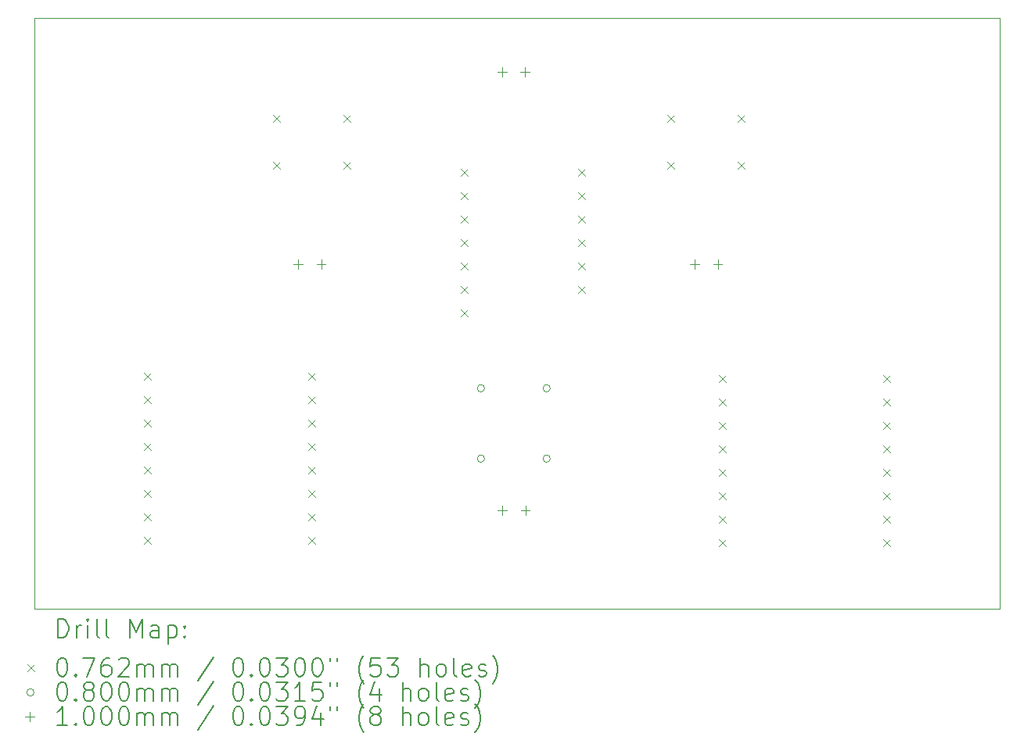
<source format=gbr>
%TF.GenerationSoftware,KiCad,Pcbnew,6.0.11-2627ca5db0~126~ubuntu20.04.1*%
%TF.CreationDate,2023-02-06T13:12:04-05:00*%
%TF.ProjectId,PowerSwitches,506f7765-7253-4776-9974-636865732e6b,rev?*%
%TF.SameCoordinates,Original*%
%TF.FileFunction,Drillmap*%
%TF.FilePolarity,Positive*%
%FSLAX45Y45*%
G04 Gerber Fmt 4.5, Leading zero omitted, Abs format (unit mm)*
G04 Created by KiCad (PCBNEW 6.0.11-2627ca5db0~126~ubuntu20.04.1) date 2023-02-06 13:12:04*
%MOMM*%
%LPD*%
G01*
G04 APERTURE LIST*
%ADD10C,0.100000*%
%ADD11C,0.200000*%
%ADD12C,0.076200*%
%ADD13C,0.080000*%
G04 APERTURE END LIST*
D10*
X9443600Y-4420800D02*
X19888200Y-4420800D01*
X19888200Y-4420800D02*
X19888200Y-10819200D01*
X19888200Y-10819200D02*
X9443600Y-10819200D01*
X9443600Y-10819200D02*
X9443600Y-4420800D01*
D11*
D12*
X10629900Y-8267700D02*
X10706100Y-8343900D01*
X10706100Y-8267700D02*
X10629900Y-8343900D01*
X10629900Y-8521700D02*
X10706100Y-8597900D01*
X10706100Y-8521700D02*
X10629900Y-8597900D01*
X10629900Y-8775700D02*
X10706100Y-8851900D01*
X10706100Y-8775700D02*
X10629900Y-8851900D01*
X10629900Y-9029700D02*
X10706100Y-9105900D01*
X10706100Y-9029700D02*
X10629900Y-9105900D01*
X10629900Y-9283700D02*
X10706100Y-9359900D01*
X10706100Y-9283700D02*
X10629900Y-9359900D01*
X10629900Y-9537700D02*
X10706100Y-9613900D01*
X10706100Y-9537700D02*
X10629900Y-9613900D01*
X10629900Y-9791700D02*
X10706100Y-9867900D01*
X10706100Y-9791700D02*
X10629900Y-9867900D01*
X10629900Y-10045700D02*
X10706100Y-10121900D01*
X10706100Y-10045700D02*
X10629900Y-10121900D01*
X12026900Y-5473700D02*
X12103100Y-5549900D01*
X12103100Y-5473700D02*
X12026900Y-5549900D01*
X12026900Y-5981700D02*
X12103100Y-6057900D01*
X12103100Y-5981700D02*
X12026900Y-6057900D01*
X12407900Y-8267700D02*
X12484100Y-8343900D01*
X12484100Y-8267700D02*
X12407900Y-8343900D01*
X12407900Y-8521700D02*
X12484100Y-8597900D01*
X12484100Y-8521700D02*
X12407900Y-8597900D01*
X12407900Y-8775700D02*
X12484100Y-8851900D01*
X12484100Y-8775700D02*
X12407900Y-8851900D01*
X12407900Y-9029700D02*
X12484100Y-9105900D01*
X12484100Y-9029700D02*
X12407900Y-9105900D01*
X12407900Y-9283700D02*
X12484100Y-9359900D01*
X12484100Y-9283700D02*
X12407900Y-9359900D01*
X12407900Y-9537700D02*
X12484100Y-9613900D01*
X12484100Y-9537700D02*
X12407900Y-9613900D01*
X12407900Y-9791700D02*
X12484100Y-9867900D01*
X12484100Y-9791700D02*
X12407900Y-9867900D01*
X12407900Y-10045700D02*
X12484100Y-10121900D01*
X12484100Y-10045700D02*
X12407900Y-10121900D01*
X12788900Y-5473700D02*
X12865100Y-5549900D01*
X12865100Y-5473700D02*
X12788900Y-5549900D01*
X12788900Y-5981700D02*
X12865100Y-6057900D01*
X12865100Y-5981700D02*
X12788900Y-6057900D01*
X14058900Y-6057900D02*
X14135100Y-6134100D01*
X14135100Y-6057900D02*
X14058900Y-6134100D01*
X14058900Y-6311900D02*
X14135100Y-6388100D01*
X14135100Y-6311900D02*
X14058900Y-6388100D01*
X14058900Y-6565900D02*
X14135100Y-6642100D01*
X14135100Y-6565900D02*
X14058900Y-6642100D01*
X14058900Y-6819900D02*
X14135100Y-6896100D01*
X14135100Y-6819900D02*
X14058900Y-6896100D01*
X14058900Y-7073900D02*
X14135100Y-7150100D01*
X14135100Y-7073900D02*
X14058900Y-7150100D01*
X14058900Y-7327900D02*
X14135100Y-7404100D01*
X14135100Y-7327900D02*
X14058900Y-7404100D01*
X14058900Y-7581900D02*
X14135100Y-7658100D01*
X14135100Y-7581900D02*
X14058900Y-7658100D01*
X15328900Y-6057900D02*
X15405100Y-6134100D01*
X15405100Y-6057900D02*
X15328900Y-6134100D01*
X15328900Y-6311900D02*
X15405100Y-6388100D01*
X15405100Y-6311900D02*
X15328900Y-6388100D01*
X15328900Y-6565900D02*
X15405100Y-6642100D01*
X15405100Y-6565900D02*
X15328900Y-6642100D01*
X15328900Y-6819900D02*
X15405100Y-6896100D01*
X15405100Y-6819900D02*
X15328900Y-6896100D01*
X15328900Y-7073900D02*
X15405100Y-7150100D01*
X15405100Y-7073900D02*
X15328900Y-7150100D01*
X15328900Y-7327900D02*
X15405100Y-7404100D01*
X15405100Y-7327900D02*
X15328900Y-7404100D01*
X16294100Y-5473700D02*
X16370300Y-5549900D01*
X16370300Y-5473700D02*
X16294100Y-5549900D01*
X16294100Y-5981700D02*
X16370300Y-6057900D01*
X16370300Y-5981700D02*
X16294100Y-6057900D01*
X16852900Y-8293100D02*
X16929100Y-8369300D01*
X16929100Y-8293100D02*
X16852900Y-8369300D01*
X16852900Y-8547100D02*
X16929100Y-8623300D01*
X16929100Y-8547100D02*
X16852900Y-8623300D01*
X16852900Y-8801100D02*
X16929100Y-8877300D01*
X16929100Y-8801100D02*
X16852900Y-8877300D01*
X16852900Y-9055100D02*
X16929100Y-9131300D01*
X16929100Y-9055100D02*
X16852900Y-9131300D01*
X16852900Y-9309100D02*
X16929100Y-9385300D01*
X16929100Y-9309100D02*
X16852900Y-9385300D01*
X16852900Y-9563100D02*
X16929100Y-9639300D01*
X16929100Y-9563100D02*
X16852900Y-9639300D01*
X16852900Y-9817100D02*
X16929100Y-9893300D01*
X16929100Y-9817100D02*
X16852900Y-9893300D01*
X16852900Y-10071100D02*
X16929100Y-10147300D01*
X16929100Y-10071100D02*
X16852900Y-10147300D01*
X17056100Y-5473700D02*
X17132300Y-5549900D01*
X17132300Y-5473700D02*
X17056100Y-5549900D01*
X17056100Y-5981700D02*
X17132300Y-6057900D01*
X17132300Y-5981700D02*
X17056100Y-6057900D01*
X18630900Y-8293100D02*
X18707100Y-8369300D01*
X18707100Y-8293100D02*
X18630900Y-8369300D01*
X18630900Y-8547100D02*
X18707100Y-8623300D01*
X18707100Y-8547100D02*
X18630900Y-8623300D01*
X18630900Y-8801100D02*
X18707100Y-8877300D01*
X18707100Y-8801100D02*
X18630900Y-8877300D01*
X18630900Y-9055100D02*
X18707100Y-9131300D01*
X18707100Y-9055100D02*
X18630900Y-9131300D01*
X18630900Y-9309100D02*
X18707100Y-9385300D01*
X18707100Y-9309100D02*
X18630900Y-9385300D01*
X18630900Y-9563100D02*
X18707100Y-9639300D01*
X18707100Y-9563100D02*
X18630900Y-9639300D01*
X18630900Y-9817100D02*
X18707100Y-9893300D01*
X18707100Y-9817100D02*
X18630900Y-9893300D01*
X18630900Y-10071100D02*
X18707100Y-10147300D01*
X18707100Y-10071100D02*
X18630900Y-10147300D01*
D13*
X14314800Y-8432800D02*
G75*
G03*
X14314800Y-8432800I-40000J0D01*
G01*
X14314800Y-9194800D02*
G75*
G03*
X14314800Y-9194800I-40000J0D01*
G01*
X15026000Y-8432800D02*
G75*
G03*
X15026000Y-8432800I-40000J0D01*
G01*
X15026000Y-9194800D02*
G75*
G03*
X15026000Y-9194800I-40000J0D01*
G01*
D10*
X12295600Y-7034900D02*
X12295600Y-7134900D01*
X12245600Y-7084900D02*
X12345600Y-7084900D01*
X12545600Y-7034900D02*
X12545600Y-7134900D01*
X12495600Y-7084900D02*
X12595600Y-7084900D01*
X14503400Y-4953800D02*
X14503400Y-5053800D01*
X14453400Y-5003800D02*
X14553400Y-5003800D01*
X14505400Y-9701900D02*
X14505400Y-9801900D01*
X14455400Y-9751900D02*
X14555400Y-9751900D01*
X14753400Y-4953800D02*
X14753400Y-5053800D01*
X14703400Y-5003800D02*
X14803400Y-5003800D01*
X14755400Y-9701900D02*
X14755400Y-9801900D01*
X14705400Y-9751900D02*
X14805400Y-9751900D01*
X16588200Y-7034900D02*
X16588200Y-7134900D01*
X16538200Y-7084900D02*
X16638200Y-7084900D01*
X16838200Y-7034900D02*
X16838200Y-7134900D01*
X16788200Y-7084900D02*
X16888200Y-7084900D01*
D11*
X9696219Y-11134676D02*
X9696219Y-10934676D01*
X9743838Y-10934676D01*
X9772410Y-10944200D01*
X9791457Y-10963248D01*
X9800981Y-10982295D01*
X9810505Y-11020390D01*
X9810505Y-11048962D01*
X9800981Y-11087057D01*
X9791457Y-11106105D01*
X9772410Y-11125152D01*
X9743838Y-11134676D01*
X9696219Y-11134676D01*
X9896219Y-11134676D02*
X9896219Y-11001343D01*
X9896219Y-11039438D02*
X9905743Y-11020390D01*
X9915267Y-11010867D01*
X9934314Y-11001343D01*
X9953362Y-11001343D01*
X10020029Y-11134676D02*
X10020029Y-11001343D01*
X10020029Y-10934676D02*
X10010505Y-10944200D01*
X10020029Y-10953724D01*
X10029552Y-10944200D01*
X10020029Y-10934676D01*
X10020029Y-10953724D01*
X10143838Y-11134676D02*
X10124790Y-11125152D01*
X10115267Y-11106105D01*
X10115267Y-10934676D01*
X10248600Y-11134676D02*
X10229552Y-11125152D01*
X10220029Y-11106105D01*
X10220029Y-10934676D01*
X10477171Y-11134676D02*
X10477171Y-10934676D01*
X10543838Y-11077533D01*
X10610505Y-10934676D01*
X10610505Y-11134676D01*
X10791457Y-11134676D02*
X10791457Y-11029914D01*
X10781933Y-11010867D01*
X10762886Y-11001343D01*
X10724790Y-11001343D01*
X10705743Y-11010867D01*
X10791457Y-11125152D02*
X10772410Y-11134676D01*
X10724790Y-11134676D01*
X10705743Y-11125152D01*
X10696219Y-11106105D01*
X10696219Y-11087057D01*
X10705743Y-11068010D01*
X10724790Y-11058486D01*
X10772410Y-11058486D01*
X10791457Y-11048962D01*
X10886695Y-11001343D02*
X10886695Y-11201343D01*
X10886695Y-11010867D02*
X10905743Y-11001343D01*
X10943838Y-11001343D01*
X10962886Y-11010867D01*
X10972410Y-11020390D01*
X10981933Y-11039438D01*
X10981933Y-11096581D01*
X10972410Y-11115629D01*
X10962886Y-11125152D01*
X10943838Y-11134676D01*
X10905743Y-11134676D01*
X10886695Y-11125152D01*
X11067648Y-11115629D02*
X11077171Y-11125152D01*
X11067648Y-11134676D01*
X11058124Y-11125152D01*
X11067648Y-11115629D01*
X11067648Y-11134676D01*
X11067648Y-11010867D02*
X11077171Y-11020390D01*
X11067648Y-11029914D01*
X11058124Y-11020390D01*
X11067648Y-11010867D01*
X11067648Y-11029914D01*
D12*
X9362400Y-11426100D02*
X9438600Y-11502300D01*
X9438600Y-11426100D02*
X9362400Y-11502300D01*
D11*
X9734314Y-11354676D02*
X9753362Y-11354676D01*
X9772410Y-11364200D01*
X9781933Y-11373724D01*
X9791457Y-11392771D01*
X9800981Y-11430867D01*
X9800981Y-11478486D01*
X9791457Y-11516581D01*
X9781933Y-11535628D01*
X9772410Y-11545152D01*
X9753362Y-11554676D01*
X9734314Y-11554676D01*
X9715267Y-11545152D01*
X9705743Y-11535628D01*
X9696219Y-11516581D01*
X9686695Y-11478486D01*
X9686695Y-11430867D01*
X9696219Y-11392771D01*
X9705743Y-11373724D01*
X9715267Y-11364200D01*
X9734314Y-11354676D01*
X9886695Y-11535628D02*
X9896219Y-11545152D01*
X9886695Y-11554676D01*
X9877171Y-11545152D01*
X9886695Y-11535628D01*
X9886695Y-11554676D01*
X9962886Y-11354676D02*
X10096219Y-11354676D01*
X10010505Y-11554676D01*
X10258124Y-11354676D02*
X10220029Y-11354676D01*
X10200981Y-11364200D01*
X10191457Y-11373724D01*
X10172410Y-11402295D01*
X10162886Y-11440390D01*
X10162886Y-11516581D01*
X10172410Y-11535628D01*
X10181933Y-11545152D01*
X10200981Y-11554676D01*
X10239076Y-11554676D01*
X10258124Y-11545152D01*
X10267648Y-11535628D01*
X10277171Y-11516581D01*
X10277171Y-11468962D01*
X10267648Y-11449914D01*
X10258124Y-11440390D01*
X10239076Y-11430867D01*
X10200981Y-11430867D01*
X10181933Y-11440390D01*
X10172410Y-11449914D01*
X10162886Y-11468962D01*
X10353362Y-11373724D02*
X10362886Y-11364200D01*
X10381933Y-11354676D01*
X10429552Y-11354676D01*
X10448600Y-11364200D01*
X10458124Y-11373724D01*
X10467648Y-11392771D01*
X10467648Y-11411819D01*
X10458124Y-11440390D01*
X10343838Y-11554676D01*
X10467648Y-11554676D01*
X10553362Y-11554676D02*
X10553362Y-11421343D01*
X10553362Y-11440390D02*
X10562886Y-11430867D01*
X10581933Y-11421343D01*
X10610505Y-11421343D01*
X10629552Y-11430867D01*
X10639076Y-11449914D01*
X10639076Y-11554676D01*
X10639076Y-11449914D02*
X10648600Y-11430867D01*
X10667648Y-11421343D01*
X10696219Y-11421343D01*
X10715267Y-11430867D01*
X10724790Y-11449914D01*
X10724790Y-11554676D01*
X10820029Y-11554676D02*
X10820029Y-11421343D01*
X10820029Y-11440390D02*
X10829552Y-11430867D01*
X10848600Y-11421343D01*
X10877171Y-11421343D01*
X10896219Y-11430867D01*
X10905743Y-11449914D01*
X10905743Y-11554676D01*
X10905743Y-11449914D02*
X10915267Y-11430867D01*
X10934314Y-11421343D01*
X10962886Y-11421343D01*
X10981933Y-11430867D01*
X10991457Y-11449914D01*
X10991457Y-11554676D01*
X11381933Y-11345152D02*
X11210505Y-11602295D01*
X11639076Y-11354676D02*
X11658124Y-11354676D01*
X11677171Y-11364200D01*
X11686695Y-11373724D01*
X11696219Y-11392771D01*
X11705743Y-11430867D01*
X11705743Y-11478486D01*
X11696219Y-11516581D01*
X11686695Y-11535628D01*
X11677171Y-11545152D01*
X11658124Y-11554676D01*
X11639076Y-11554676D01*
X11620028Y-11545152D01*
X11610505Y-11535628D01*
X11600981Y-11516581D01*
X11591457Y-11478486D01*
X11591457Y-11430867D01*
X11600981Y-11392771D01*
X11610505Y-11373724D01*
X11620028Y-11364200D01*
X11639076Y-11354676D01*
X11791457Y-11535628D02*
X11800981Y-11545152D01*
X11791457Y-11554676D01*
X11781933Y-11545152D01*
X11791457Y-11535628D01*
X11791457Y-11554676D01*
X11924790Y-11354676D02*
X11943838Y-11354676D01*
X11962886Y-11364200D01*
X11972409Y-11373724D01*
X11981933Y-11392771D01*
X11991457Y-11430867D01*
X11991457Y-11478486D01*
X11981933Y-11516581D01*
X11972409Y-11535628D01*
X11962886Y-11545152D01*
X11943838Y-11554676D01*
X11924790Y-11554676D01*
X11905743Y-11545152D01*
X11896219Y-11535628D01*
X11886695Y-11516581D01*
X11877171Y-11478486D01*
X11877171Y-11430867D01*
X11886695Y-11392771D01*
X11896219Y-11373724D01*
X11905743Y-11364200D01*
X11924790Y-11354676D01*
X12058124Y-11354676D02*
X12181933Y-11354676D01*
X12115267Y-11430867D01*
X12143838Y-11430867D01*
X12162886Y-11440390D01*
X12172409Y-11449914D01*
X12181933Y-11468962D01*
X12181933Y-11516581D01*
X12172409Y-11535628D01*
X12162886Y-11545152D01*
X12143838Y-11554676D01*
X12086695Y-11554676D01*
X12067648Y-11545152D01*
X12058124Y-11535628D01*
X12305743Y-11354676D02*
X12324790Y-11354676D01*
X12343838Y-11364200D01*
X12353362Y-11373724D01*
X12362886Y-11392771D01*
X12372409Y-11430867D01*
X12372409Y-11478486D01*
X12362886Y-11516581D01*
X12353362Y-11535628D01*
X12343838Y-11545152D01*
X12324790Y-11554676D01*
X12305743Y-11554676D01*
X12286695Y-11545152D01*
X12277171Y-11535628D01*
X12267648Y-11516581D01*
X12258124Y-11478486D01*
X12258124Y-11430867D01*
X12267648Y-11392771D01*
X12277171Y-11373724D01*
X12286695Y-11364200D01*
X12305743Y-11354676D01*
X12496219Y-11354676D02*
X12515267Y-11354676D01*
X12534314Y-11364200D01*
X12543838Y-11373724D01*
X12553362Y-11392771D01*
X12562886Y-11430867D01*
X12562886Y-11478486D01*
X12553362Y-11516581D01*
X12543838Y-11535628D01*
X12534314Y-11545152D01*
X12515267Y-11554676D01*
X12496219Y-11554676D01*
X12477171Y-11545152D01*
X12467648Y-11535628D01*
X12458124Y-11516581D01*
X12448600Y-11478486D01*
X12448600Y-11430867D01*
X12458124Y-11392771D01*
X12467648Y-11373724D01*
X12477171Y-11364200D01*
X12496219Y-11354676D01*
X12639076Y-11354676D02*
X12639076Y-11392771D01*
X12715267Y-11354676D02*
X12715267Y-11392771D01*
X13010505Y-11630867D02*
X13000981Y-11621343D01*
X12981933Y-11592771D01*
X12972409Y-11573724D01*
X12962886Y-11545152D01*
X12953362Y-11497533D01*
X12953362Y-11459438D01*
X12962886Y-11411819D01*
X12972409Y-11383248D01*
X12981933Y-11364200D01*
X13000981Y-11335628D01*
X13010505Y-11326105D01*
X13181933Y-11354676D02*
X13086695Y-11354676D01*
X13077171Y-11449914D01*
X13086695Y-11440390D01*
X13105743Y-11430867D01*
X13153362Y-11430867D01*
X13172409Y-11440390D01*
X13181933Y-11449914D01*
X13191457Y-11468962D01*
X13191457Y-11516581D01*
X13181933Y-11535628D01*
X13172409Y-11545152D01*
X13153362Y-11554676D01*
X13105743Y-11554676D01*
X13086695Y-11545152D01*
X13077171Y-11535628D01*
X13258124Y-11354676D02*
X13381933Y-11354676D01*
X13315267Y-11430867D01*
X13343838Y-11430867D01*
X13362886Y-11440390D01*
X13372409Y-11449914D01*
X13381933Y-11468962D01*
X13381933Y-11516581D01*
X13372409Y-11535628D01*
X13362886Y-11545152D01*
X13343838Y-11554676D01*
X13286695Y-11554676D01*
X13267648Y-11545152D01*
X13258124Y-11535628D01*
X13620028Y-11554676D02*
X13620028Y-11354676D01*
X13705743Y-11554676D02*
X13705743Y-11449914D01*
X13696219Y-11430867D01*
X13677171Y-11421343D01*
X13648600Y-11421343D01*
X13629552Y-11430867D01*
X13620028Y-11440390D01*
X13829552Y-11554676D02*
X13810505Y-11545152D01*
X13800981Y-11535628D01*
X13791457Y-11516581D01*
X13791457Y-11459438D01*
X13800981Y-11440390D01*
X13810505Y-11430867D01*
X13829552Y-11421343D01*
X13858124Y-11421343D01*
X13877171Y-11430867D01*
X13886695Y-11440390D01*
X13896219Y-11459438D01*
X13896219Y-11516581D01*
X13886695Y-11535628D01*
X13877171Y-11545152D01*
X13858124Y-11554676D01*
X13829552Y-11554676D01*
X14010505Y-11554676D02*
X13991457Y-11545152D01*
X13981933Y-11526105D01*
X13981933Y-11354676D01*
X14162886Y-11545152D02*
X14143838Y-11554676D01*
X14105743Y-11554676D01*
X14086695Y-11545152D01*
X14077171Y-11526105D01*
X14077171Y-11449914D01*
X14086695Y-11430867D01*
X14105743Y-11421343D01*
X14143838Y-11421343D01*
X14162886Y-11430867D01*
X14172409Y-11449914D01*
X14172409Y-11468962D01*
X14077171Y-11488009D01*
X14248600Y-11545152D02*
X14267648Y-11554676D01*
X14305743Y-11554676D01*
X14324790Y-11545152D01*
X14334314Y-11526105D01*
X14334314Y-11516581D01*
X14324790Y-11497533D01*
X14305743Y-11488009D01*
X14277171Y-11488009D01*
X14258124Y-11478486D01*
X14248600Y-11459438D01*
X14248600Y-11449914D01*
X14258124Y-11430867D01*
X14277171Y-11421343D01*
X14305743Y-11421343D01*
X14324790Y-11430867D01*
X14400981Y-11630867D02*
X14410505Y-11621343D01*
X14429552Y-11592771D01*
X14439076Y-11573724D01*
X14448600Y-11545152D01*
X14458124Y-11497533D01*
X14458124Y-11459438D01*
X14448600Y-11411819D01*
X14439076Y-11383248D01*
X14429552Y-11364200D01*
X14410505Y-11335628D01*
X14400981Y-11326105D01*
D13*
X9438600Y-11728200D02*
G75*
G03*
X9438600Y-11728200I-40000J0D01*
G01*
D11*
X9734314Y-11618676D02*
X9753362Y-11618676D01*
X9772410Y-11628200D01*
X9781933Y-11637724D01*
X9791457Y-11656771D01*
X9800981Y-11694867D01*
X9800981Y-11742486D01*
X9791457Y-11780581D01*
X9781933Y-11799628D01*
X9772410Y-11809152D01*
X9753362Y-11818676D01*
X9734314Y-11818676D01*
X9715267Y-11809152D01*
X9705743Y-11799628D01*
X9696219Y-11780581D01*
X9686695Y-11742486D01*
X9686695Y-11694867D01*
X9696219Y-11656771D01*
X9705743Y-11637724D01*
X9715267Y-11628200D01*
X9734314Y-11618676D01*
X9886695Y-11799628D02*
X9896219Y-11809152D01*
X9886695Y-11818676D01*
X9877171Y-11809152D01*
X9886695Y-11799628D01*
X9886695Y-11818676D01*
X10010505Y-11704390D02*
X9991457Y-11694867D01*
X9981933Y-11685343D01*
X9972410Y-11666295D01*
X9972410Y-11656771D01*
X9981933Y-11637724D01*
X9991457Y-11628200D01*
X10010505Y-11618676D01*
X10048600Y-11618676D01*
X10067648Y-11628200D01*
X10077171Y-11637724D01*
X10086695Y-11656771D01*
X10086695Y-11666295D01*
X10077171Y-11685343D01*
X10067648Y-11694867D01*
X10048600Y-11704390D01*
X10010505Y-11704390D01*
X9991457Y-11713914D01*
X9981933Y-11723438D01*
X9972410Y-11742486D01*
X9972410Y-11780581D01*
X9981933Y-11799628D01*
X9991457Y-11809152D01*
X10010505Y-11818676D01*
X10048600Y-11818676D01*
X10067648Y-11809152D01*
X10077171Y-11799628D01*
X10086695Y-11780581D01*
X10086695Y-11742486D01*
X10077171Y-11723438D01*
X10067648Y-11713914D01*
X10048600Y-11704390D01*
X10210505Y-11618676D02*
X10229552Y-11618676D01*
X10248600Y-11628200D01*
X10258124Y-11637724D01*
X10267648Y-11656771D01*
X10277171Y-11694867D01*
X10277171Y-11742486D01*
X10267648Y-11780581D01*
X10258124Y-11799628D01*
X10248600Y-11809152D01*
X10229552Y-11818676D01*
X10210505Y-11818676D01*
X10191457Y-11809152D01*
X10181933Y-11799628D01*
X10172410Y-11780581D01*
X10162886Y-11742486D01*
X10162886Y-11694867D01*
X10172410Y-11656771D01*
X10181933Y-11637724D01*
X10191457Y-11628200D01*
X10210505Y-11618676D01*
X10400981Y-11618676D02*
X10420029Y-11618676D01*
X10439076Y-11628200D01*
X10448600Y-11637724D01*
X10458124Y-11656771D01*
X10467648Y-11694867D01*
X10467648Y-11742486D01*
X10458124Y-11780581D01*
X10448600Y-11799628D01*
X10439076Y-11809152D01*
X10420029Y-11818676D01*
X10400981Y-11818676D01*
X10381933Y-11809152D01*
X10372410Y-11799628D01*
X10362886Y-11780581D01*
X10353362Y-11742486D01*
X10353362Y-11694867D01*
X10362886Y-11656771D01*
X10372410Y-11637724D01*
X10381933Y-11628200D01*
X10400981Y-11618676D01*
X10553362Y-11818676D02*
X10553362Y-11685343D01*
X10553362Y-11704390D02*
X10562886Y-11694867D01*
X10581933Y-11685343D01*
X10610505Y-11685343D01*
X10629552Y-11694867D01*
X10639076Y-11713914D01*
X10639076Y-11818676D01*
X10639076Y-11713914D02*
X10648600Y-11694867D01*
X10667648Y-11685343D01*
X10696219Y-11685343D01*
X10715267Y-11694867D01*
X10724790Y-11713914D01*
X10724790Y-11818676D01*
X10820029Y-11818676D02*
X10820029Y-11685343D01*
X10820029Y-11704390D02*
X10829552Y-11694867D01*
X10848600Y-11685343D01*
X10877171Y-11685343D01*
X10896219Y-11694867D01*
X10905743Y-11713914D01*
X10905743Y-11818676D01*
X10905743Y-11713914D02*
X10915267Y-11694867D01*
X10934314Y-11685343D01*
X10962886Y-11685343D01*
X10981933Y-11694867D01*
X10991457Y-11713914D01*
X10991457Y-11818676D01*
X11381933Y-11609152D02*
X11210505Y-11866295D01*
X11639076Y-11618676D02*
X11658124Y-11618676D01*
X11677171Y-11628200D01*
X11686695Y-11637724D01*
X11696219Y-11656771D01*
X11705743Y-11694867D01*
X11705743Y-11742486D01*
X11696219Y-11780581D01*
X11686695Y-11799628D01*
X11677171Y-11809152D01*
X11658124Y-11818676D01*
X11639076Y-11818676D01*
X11620028Y-11809152D01*
X11610505Y-11799628D01*
X11600981Y-11780581D01*
X11591457Y-11742486D01*
X11591457Y-11694867D01*
X11600981Y-11656771D01*
X11610505Y-11637724D01*
X11620028Y-11628200D01*
X11639076Y-11618676D01*
X11791457Y-11799628D02*
X11800981Y-11809152D01*
X11791457Y-11818676D01*
X11781933Y-11809152D01*
X11791457Y-11799628D01*
X11791457Y-11818676D01*
X11924790Y-11618676D02*
X11943838Y-11618676D01*
X11962886Y-11628200D01*
X11972409Y-11637724D01*
X11981933Y-11656771D01*
X11991457Y-11694867D01*
X11991457Y-11742486D01*
X11981933Y-11780581D01*
X11972409Y-11799628D01*
X11962886Y-11809152D01*
X11943838Y-11818676D01*
X11924790Y-11818676D01*
X11905743Y-11809152D01*
X11896219Y-11799628D01*
X11886695Y-11780581D01*
X11877171Y-11742486D01*
X11877171Y-11694867D01*
X11886695Y-11656771D01*
X11896219Y-11637724D01*
X11905743Y-11628200D01*
X11924790Y-11618676D01*
X12058124Y-11618676D02*
X12181933Y-11618676D01*
X12115267Y-11694867D01*
X12143838Y-11694867D01*
X12162886Y-11704390D01*
X12172409Y-11713914D01*
X12181933Y-11732962D01*
X12181933Y-11780581D01*
X12172409Y-11799628D01*
X12162886Y-11809152D01*
X12143838Y-11818676D01*
X12086695Y-11818676D01*
X12067648Y-11809152D01*
X12058124Y-11799628D01*
X12372409Y-11818676D02*
X12258124Y-11818676D01*
X12315267Y-11818676D02*
X12315267Y-11618676D01*
X12296219Y-11647248D01*
X12277171Y-11666295D01*
X12258124Y-11675819D01*
X12553362Y-11618676D02*
X12458124Y-11618676D01*
X12448600Y-11713914D01*
X12458124Y-11704390D01*
X12477171Y-11694867D01*
X12524790Y-11694867D01*
X12543838Y-11704390D01*
X12553362Y-11713914D01*
X12562886Y-11732962D01*
X12562886Y-11780581D01*
X12553362Y-11799628D01*
X12543838Y-11809152D01*
X12524790Y-11818676D01*
X12477171Y-11818676D01*
X12458124Y-11809152D01*
X12448600Y-11799628D01*
X12639076Y-11618676D02*
X12639076Y-11656771D01*
X12715267Y-11618676D02*
X12715267Y-11656771D01*
X13010505Y-11894867D02*
X13000981Y-11885343D01*
X12981933Y-11856771D01*
X12972409Y-11837724D01*
X12962886Y-11809152D01*
X12953362Y-11761533D01*
X12953362Y-11723438D01*
X12962886Y-11675819D01*
X12972409Y-11647248D01*
X12981933Y-11628200D01*
X13000981Y-11599628D01*
X13010505Y-11590105D01*
X13172409Y-11685343D02*
X13172409Y-11818676D01*
X13124790Y-11609152D02*
X13077171Y-11752009D01*
X13200981Y-11752009D01*
X13429552Y-11818676D02*
X13429552Y-11618676D01*
X13515267Y-11818676D02*
X13515267Y-11713914D01*
X13505743Y-11694867D01*
X13486695Y-11685343D01*
X13458124Y-11685343D01*
X13439076Y-11694867D01*
X13429552Y-11704390D01*
X13639076Y-11818676D02*
X13620028Y-11809152D01*
X13610505Y-11799628D01*
X13600981Y-11780581D01*
X13600981Y-11723438D01*
X13610505Y-11704390D01*
X13620028Y-11694867D01*
X13639076Y-11685343D01*
X13667648Y-11685343D01*
X13686695Y-11694867D01*
X13696219Y-11704390D01*
X13705743Y-11723438D01*
X13705743Y-11780581D01*
X13696219Y-11799628D01*
X13686695Y-11809152D01*
X13667648Y-11818676D01*
X13639076Y-11818676D01*
X13820028Y-11818676D02*
X13800981Y-11809152D01*
X13791457Y-11790105D01*
X13791457Y-11618676D01*
X13972409Y-11809152D02*
X13953362Y-11818676D01*
X13915267Y-11818676D01*
X13896219Y-11809152D01*
X13886695Y-11790105D01*
X13886695Y-11713914D01*
X13896219Y-11694867D01*
X13915267Y-11685343D01*
X13953362Y-11685343D01*
X13972409Y-11694867D01*
X13981933Y-11713914D01*
X13981933Y-11732962D01*
X13886695Y-11752009D01*
X14058124Y-11809152D02*
X14077171Y-11818676D01*
X14115267Y-11818676D01*
X14134314Y-11809152D01*
X14143838Y-11790105D01*
X14143838Y-11780581D01*
X14134314Y-11761533D01*
X14115267Y-11752009D01*
X14086695Y-11752009D01*
X14067648Y-11742486D01*
X14058124Y-11723438D01*
X14058124Y-11713914D01*
X14067648Y-11694867D01*
X14086695Y-11685343D01*
X14115267Y-11685343D01*
X14134314Y-11694867D01*
X14210505Y-11894867D02*
X14220028Y-11885343D01*
X14239076Y-11856771D01*
X14248600Y-11837724D01*
X14258124Y-11809152D01*
X14267648Y-11761533D01*
X14267648Y-11723438D01*
X14258124Y-11675819D01*
X14248600Y-11647248D01*
X14239076Y-11628200D01*
X14220028Y-11599628D01*
X14210505Y-11590105D01*
D10*
X9388600Y-11942200D02*
X9388600Y-12042200D01*
X9338600Y-11992200D02*
X9438600Y-11992200D01*
D11*
X9800981Y-12082676D02*
X9686695Y-12082676D01*
X9743838Y-12082676D02*
X9743838Y-11882676D01*
X9724790Y-11911248D01*
X9705743Y-11930295D01*
X9686695Y-11939819D01*
X9886695Y-12063628D02*
X9896219Y-12073152D01*
X9886695Y-12082676D01*
X9877171Y-12073152D01*
X9886695Y-12063628D01*
X9886695Y-12082676D01*
X10020029Y-11882676D02*
X10039076Y-11882676D01*
X10058124Y-11892200D01*
X10067648Y-11901724D01*
X10077171Y-11920771D01*
X10086695Y-11958867D01*
X10086695Y-12006486D01*
X10077171Y-12044581D01*
X10067648Y-12063628D01*
X10058124Y-12073152D01*
X10039076Y-12082676D01*
X10020029Y-12082676D01*
X10000981Y-12073152D01*
X9991457Y-12063628D01*
X9981933Y-12044581D01*
X9972410Y-12006486D01*
X9972410Y-11958867D01*
X9981933Y-11920771D01*
X9991457Y-11901724D01*
X10000981Y-11892200D01*
X10020029Y-11882676D01*
X10210505Y-11882676D02*
X10229552Y-11882676D01*
X10248600Y-11892200D01*
X10258124Y-11901724D01*
X10267648Y-11920771D01*
X10277171Y-11958867D01*
X10277171Y-12006486D01*
X10267648Y-12044581D01*
X10258124Y-12063628D01*
X10248600Y-12073152D01*
X10229552Y-12082676D01*
X10210505Y-12082676D01*
X10191457Y-12073152D01*
X10181933Y-12063628D01*
X10172410Y-12044581D01*
X10162886Y-12006486D01*
X10162886Y-11958867D01*
X10172410Y-11920771D01*
X10181933Y-11901724D01*
X10191457Y-11892200D01*
X10210505Y-11882676D01*
X10400981Y-11882676D02*
X10420029Y-11882676D01*
X10439076Y-11892200D01*
X10448600Y-11901724D01*
X10458124Y-11920771D01*
X10467648Y-11958867D01*
X10467648Y-12006486D01*
X10458124Y-12044581D01*
X10448600Y-12063628D01*
X10439076Y-12073152D01*
X10420029Y-12082676D01*
X10400981Y-12082676D01*
X10381933Y-12073152D01*
X10372410Y-12063628D01*
X10362886Y-12044581D01*
X10353362Y-12006486D01*
X10353362Y-11958867D01*
X10362886Y-11920771D01*
X10372410Y-11901724D01*
X10381933Y-11892200D01*
X10400981Y-11882676D01*
X10553362Y-12082676D02*
X10553362Y-11949343D01*
X10553362Y-11968390D02*
X10562886Y-11958867D01*
X10581933Y-11949343D01*
X10610505Y-11949343D01*
X10629552Y-11958867D01*
X10639076Y-11977914D01*
X10639076Y-12082676D01*
X10639076Y-11977914D02*
X10648600Y-11958867D01*
X10667648Y-11949343D01*
X10696219Y-11949343D01*
X10715267Y-11958867D01*
X10724790Y-11977914D01*
X10724790Y-12082676D01*
X10820029Y-12082676D02*
X10820029Y-11949343D01*
X10820029Y-11968390D02*
X10829552Y-11958867D01*
X10848600Y-11949343D01*
X10877171Y-11949343D01*
X10896219Y-11958867D01*
X10905743Y-11977914D01*
X10905743Y-12082676D01*
X10905743Y-11977914D02*
X10915267Y-11958867D01*
X10934314Y-11949343D01*
X10962886Y-11949343D01*
X10981933Y-11958867D01*
X10991457Y-11977914D01*
X10991457Y-12082676D01*
X11381933Y-11873152D02*
X11210505Y-12130295D01*
X11639076Y-11882676D02*
X11658124Y-11882676D01*
X11677171Y-11892200D01*
X11686695Y-11901724D01*
X11696219Y-11920771D01*
X11705743Y-11958867D01*
X11705743Y-12006486D01*
X11696219Y-12044581D01*
X11686695Y-12063628D01*
X11677171Y-12073152D01*
X11658124Y-12082676D01*
X11639076Y-12082676D01*
X11620028Y-12073152D01*
X11610505Y-12063628D01*
X11600981Y-12044581D01*
X11591457Y-12006486D01*
X11591457Y-11958867D01*
X11600981Y-11920771D01*
X11610505Y-11901724D01*
X11620028Y-11892200D01*
X11639076Y-11882676D01*
X11791457Y-12063628D02*
X11800981Y-12073152D01*
X11791457Y-12082676D01*
X11781933Y-12073152D01*
X11791457Y-12063628D01*
X11791457Y-12082676D01*
X11924790Y-11882676D02*
X11943838Y-11882676D01*
X11962886Y-11892200D01*
X11972409Y-11901724D01*
X11981933Y-11920771D01*
X11991457Y-11958867D01*
X11991457Y-12006486D01*
X11981933Y-12044581D01*
X11972409Y-12063628D01*
X11962886Y-12073152D01*
X11943838Y-12082676D01*
X11924790Y-12082676D01*
X11905743Y-12073152D01*
X11896219Y-12063628D01*
X11886695Y-12044581D01*
X11877171Y-12006486D01*
X11877171Y-11958867D01*
X11886695Y-11920771D01*
X11896219Y-11901724D01*
X11905743Y-11892200D01*
X11924790Y-11882676D01*
X12058124Y-11882676D02*
X12181933Y-11882676D01*
X12115267Y-11958867D01*
X12143838Y-11958867D01*
X12162886Y-11968390D01*
X12172409Y-11977914D01*
X12181933Y-11996962D01*
X12181933Y-12044581D01*
X12172409Y-12063628D01*
X12162886Y-12073152D01*
X12143838Y-12082676D01*
X12086695Y-12082676D01*
X12067648Y-12073152D01*
X12058124Y-12063628D01*
X12277171Y-12082676D02*
X12315267Y-12082676D01*
X12334314Y-12073152D01*
X12343838Y-12063628D01*
X12362886Y-12035057D01*
X12372409Y-11996962D01*
X12372409Y-11920771D01*
X12362886Y-11901724D01*
X12353362Y-11892200D01*
X12334314Y-11882676D01*
X12296219Y-11882676D01*
X12277171Y-11892200D01*
X12267648Y-11901724D01*
X12258124Y-11920771D01*
X12258124Y-11968390D01*
X12267648Y-11987438D01*
X12277171Y-11996962D01*
X12296219Y-12006486D01*
X12334314Y-12006486D01*
X12353362Y-11996962D01*
X12362886Y-11987438D01*
X12372409Y-11968390D01*
X12543838Y-11949343D02*
X12543838Y-12082676D01*
X12496219Y-11873152D02*
X12448600Y-12016009D01*
X12572409Y-12016009D01*
X12639076Y-11882676D02*
X12639076Y-11920771D01*
X12715267Y-11882676D02*
X12715267Y-11920771D01*
X13010505Y-12158867D02*
X13000981Y-12149343D01*
X12981933Y-12120771D01*
X12972409Y-12101724D01*
X12962886Y-12073152D01*
X12953362Y-12025533D01*
X12953362Y-11987438D01*
X12962886Y-11939819D01*
X12972409Y-11911248D01*
X12981933Y-11892200D01*
X13000981Y-11863628D01*
X13010505Y-11854105D01*
X13115267Y-11968390D02*
X13096219Y-11958867D01*
X13086695Y-11949343D01*
X13077171Y-11930295D01*
X13077171Y-11920771D01*
X13086695Y-11901724D01*
X13096219Y-11892200D01*
X13115267Y-11882676D01*
X13153362Y-11882676D01*
X13172409Y-11892200D01*
X13181933Y-11901724D01*
X13191457Y-11920771D01*
X13191457Y-11930295D01*
X13181933Y-11949343D01*
X13172409Y-11958867D01*
X13153362Y-11968390D01*
X13115267Y-11968390D01*
X13096219Y-11977914D01*
X13086695Y-11987438D01*
X13077171Y-12006486D01*
X13077171Y-12044581D01*
X13086695Y-12063628D01*
X13096219Y-12073152D01*
X13115267Y-12082676D01*
X13153362Y-12082676D01*
X13172409Y-12073152D01*
X13181933Y-12063628D01*
X13191457Y-12044581D01*
X13191457Y-12006486D01*
X13181933Y-11987438D01*
X13172409Y-11977914D01*
X13153362Y-11968390D01*
X13429552Y-12082676D02*
X13429552Y-11882676D01*
X13515267Y-12082676D02*
X13515267Y-11977914D01*
X13505743Y-11958867D01*
X13486695Y-11949343D01*
X13458124Y-11949343D01*
X13439076Y-11958867D01*
X13429552Y-11968390D01*
X13639076Y-12082676D02*
X13620028Y-12073152D01*
X13610505Y-12063628D01*
X13600981Y-12044581D01*
X13600981Y-11987438D01*
X13610505Y-11968390D01*
X13620028Y-11958867D01*
X13639076Y-11949343D01*
X13667648Y-11949343D01*
X13686695Y-11958867D01*
X13696219Y-11968390D01*
X13705743Y-11987438D01*
X13705743Y-12044581D01*
X13696219Y-12063628D01*
X13686695Y-12073152D01*
X13667648Y-12082676D01*
X13639076Y-12082676D01*
X13820028Y-12082676D02*
X13800981Y-12073152D01*
X13791457Y-12054105D01*
X13791457Y-11882676D01*
X13972409Y-12073152D02*
X13953362Y-12082676D01*
X13915267Y-12082676D01*
X13896219Y-12073152D01*
X13886695Y-12054105D01*
X13886695Y-11977914D01*
X13896219Y-11958867D01*
X13915267Y-11949343D01*
X13953362Y-11949343D01*
X13972409Y-11958867D01*
X13981933Y-11977914D01*
X13981933Y-11996962D01*
X13886695Y-12016009D01*
X14058124Y-12073152D02*
X14077171Y-12082676D01*
X14115267Y-12082676D01*
X14134314Y-12073152D01*
X14143838Y-12054105D01*
X14143838Y-12044581D01*
X14134314Y-12025533D01*
X14115267Y-12016009D01*
X14086695Y-12016009D01*
X14067648Y-12006486D01*
X14058124Y-11987438D01*
X14058124Y-11977914D01*
X14067648Y-11958867D01*
X14086695Y-11949343D01*
X14115267Y-11949343D01*
X14134314Y-11958867D01*
X14210505Y-12158867D02*
X14220028Y-12149343D01*
X14239076Y-12120771D01*
X14248600Y-12101724D01*
X14258124Y-12073152D01*
X14267648Y-12025533D01*
X14267648Y-11987438D01*
X14258124Y-11939819D01*
X14248600Y-11911248D01*
X14239076Y-11892200D01*
X14220028Y-11863628D01*
X14210505Y-11854105D01*
M02*

</source>
